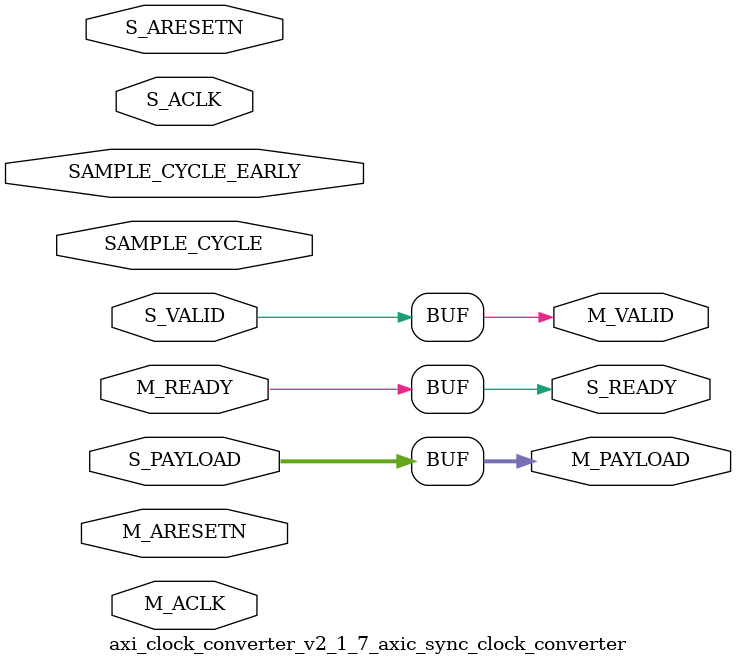
<source format=v>

`timescale 1ps/1ps
`default_nettype none

(* DowngradeIPIdentifiedWarnings="yes" *) 
module axi_clock_converter_v2_1_7_axic_sync_clock_converter # (
///////////////////////////////////////////////////////////////////////////////
// Parameter Definitions
///////////////////////////////////////////////////////////////////////////////
  parameter C_FAMILY     = "virtex6",
  parameter integer C_PAYLOAD_WIDTH = 32,
  parameter integer C_S_ACLK_RATIO = 1,
  parameter integer C_M_ACLK_RATIO = 1 ,
  parameter integer C_MODE = 0  // 0 = light-weight (1-deep); 1 = fully-pipelined (2-deep)
  )
 (
///////////////////////////////////////////////////////////////////////////////
// Port Declarations
///////////////////////////////////////////////////////////////////////////////
  input wire                    SAMPLE_CYCLE_EARLY,
  input wire                    SAMPLE_CYCLE,
  // Slave side
  input  wire                        S_ACLK,
  input  wire                        S_ARESETN,
  input  wire [C_PAYLOAD_WIDTH-1:0] S_PAYLOAD,
  input  wire                        S_VALID,
  output wire                        S_READY,

  // Master side
  input  wire                        M_ACLK,
  input  wire                        M_ARESETN,
  output wire [C_PAYLOAD_WIDTH-1:0] M_PAYLOAD,
  output wire                        M_VALID,
  input  wire                        M_READY
);

////////////////////////////////////////////////////////////////////////////////
// Functions
////////////////////////////////////////////////////////////////////////////////

////////////////////////////////////////////////////////////////////////////////
// Local parameters
////////////////////////////////////////////////////////////////////////////////
localparam [1:0] ZERO = 2'b10;
localparam [1:0] ONE  = 2'b11;
localparam [1:0] TWO  = 2'b01;
localparam [1:0] INIT = 2'b00;
localparam integer P_LIGHT_WT = 0;
localparam integer P_FULLY_REG = 1;

////////////////////////////////////////////////////////////////////////////////
// Wires/Reg declarations
////////////////////////////////////////////////////////////////////////////////

////////////////////////////////////////////////////////////////////////////////
// BEGIN RTL
////////////////////////////////////////////////////////////////////////////////

generate
  if (C_S_ACLK_RATIO == C_M_ACLK_RATIO) begin : gen_passthru
    assign M_PAYLOAD = S_PAYLOAD;
    assign M_VALID   = S_VALID;
    assign S_READY   = M_READY;      
  end else begin : gen_sync_clock_converter
    wire s_sample_cycle;
    wire s_sample_cycle_early;
    wire m_sample_cycle;
    wire m_sample_cycle_early;

    wire slow_aclk;
    wire slow_areset;
    wire s_areset_r;
    wire m_areset_r;
   
    reg  s_tready_r; 
    wire s_tready_ns; 
    reg  m_tvalid_r; 
    wire m_tvalid_ns; 
    reg  [C_PAYLOAD_WIDTH-1:0] m_tpayload_r;
    reg  [C_PAYLOAD_WIDTH-1:0] m_tstorage_r;
    wire [C_PAYLOAD_WIDTH-1:0] m_tpayload_ns; 
    wire [C_PAYLOAD_WIDTH-1:0] m_tstorage_ns; 
    reg  m_tready_hold;
    wire m_tready_sample;
    wire load_tpayload;
    wire load_tstorage;
    wire load_tpayload_from_tstorage;
    reg [1:0] state;
    reg [1:0] next_state;
    
    reg s_aresetn_r = 1'b0; // Reset delay register
    always @(posedge S_ACLK) begin
      if (~S_ARESETN | ~M_ARESETN) begin
        s_aresetn_r <= 1'b0;
      end else begin
        s_aresetn_r <= S_ARESETN & M_ARESETN;
      end
    end
    assign s_areset_r = ~s_aresetn_r;

    reg m_aresetn_r = 1'b0; // Reset delay register
    always @(posedge M_ACLK) begin
      if (~S_ARESETN | ~M_ARESETN) begin
        m_aresetn_r <= 1'b0;
      end else begin
        m_aresetn_r <= S_ARESETN & M_ARESETN;
      end
    end
    assign m_areset_r = ~m_aresetn_r;

    if (C_S_ACLK_RATIO > C_M_ACLK_RATIO) begin : gen_slowclk_mi
      assign slow_aclk = M_ACLK;
    end else begin : gen_slowclk_si
      assign slow_aclk = S_ACLK;
    end
  
    assign slow_areset = (C_S_ACLK_RATIO > C_M_ACLK_RATIO) ? m_areset_r : s_areset_r;
    assign s_sample_cycle_early = (C_S_ACLK_RATIO > C_M_ACLK_RATIO) ? SAMPLE_CYCLE_EARLY : 1'b1;
    assign s_sample_cycle       = (C_S_ACLK_RATIO > C_M_ACLK_RATIO) ? SAMPLE_CYCLE : 1'b1;
    assign m_sample_cycle_early = (C_S_ACLK_RATIO > C_M_ACLK_RATIO) ? 1'b1 : SAMPLE_CYCLE_EARLY;
    assign m_sample_cycle       = (C_S_ACLK_RATIO > C_M_ACLK_RATIO) ? 1'b1 : SAMPLE_CYCLE;

    // Output flop for S_READY, value is encoded into state machine.
    assign s_tready_ns = (C_S_ACLK_RATIO > C_M_ACLK_RATIO) ? state[1] & (state != INIT) : next_state[1];

    always @(posedge S_ACLK) begin 
      if (s_areset_r) begin
        s_tready_r <= 1'b0;
      end
      else begin
        s_tready_r <= s_sample_cycle_early ? s_tready_ns : 1'b0;
      end
    end

    assign S_READY = s_tready_r;

    // Output flop for M_VALID
    assign m_tvalid_ns = next_state[0];

    always @(posedge M_ACLK) begin 
      if (m_areset_r) begin
        m_tvalid_r <= 1'b0;
      end
      else begin
        m_tvalid_r <= m_sample_cycle ? m_tvalid_ns : m_tvalid_r & ~M_READY;
      end
    end

    assign M_VALID = m_tvalid_r;

    // Hold register for M_READY when M_ACLK is fast.
    always @(posedge M_ACLK) begin 
      if (m_areset_r) begin
        m_tready_hold <= 1'b0;
      end
      else begin
        m_tready_hold <= m_sample_cycle ? 1'b0 : m_tready_sample;
      end
    end

    assign m_tready_sample = (M_READY ) | m_tready_hold;
    // Output/storage flops for PAYLOAD
    assign m_tpayload_ns = ~load_tpayload ? m_tpayload_r :
                           load_tpayload_from_tstorage ? m_tstorage_r : 
                           S_PAYLOAD;

    assign m_tstorage_ns = C_MODE ? (load_tstorage ? S_PAYLOAD : m_tstorage_r) : 0;

    always @(posedge slow_aclk) begin 
      m_tpayload_r <= m_tpayload_ns;
      m_tstorage_r <= C_MODE ? m_tstorage_ns : 0;
    end

    assign M_PAYLOAD = m_tpayload_r;

    // load logic
    assign load_tstorage = C_MODE && (state != TWO);
    assign load_tpayload = m_tready_sample || (state == ZERO);
    assign load_tpayload_from_tstorage = C_MODE && (state == TWO) && m_tready_sample;
    
    // State machine
    always @(posedge slow_aclk) begin 
      state <= next_state;
    end

    always @* begin 
      if (slow_areset) begin 
        next_state = INIT;
      end else begin
        case (state)
          INIT: begin
            next_state = ZERO;
          end
          // No transaction stored locally
          ZERO: begin
            if (S_VALID) begin
              next_state = C_MODE ? ONE : TWO; // Push from empty
            end
            else begin
              next_state = ZERO;
            end
          end

          // One transaction stored locally
          ONE: begin
            if (C_MODE == 0) begin
              next_state = TWO;  // State ONE is inaccessible when C_MODE=0
            end 
            else if (m_tready_sample & ~S_VALID) begin 
              next_state = ZERO; // Read out one so move to ZERO
            end
            else if (~m_tready_sample & S_VALID) begin
              next_state = TWO;  // Got another one so move to TWO
            end
            else begin
              next_state = ONE;
            end
          end

          // Storage registers full
          TWO: begin 
            if (m_tready_sample) begin
              next_state = C_MODE ? ONE : ZERO; // Pop from full
            end
            else begin
              next_state = TWO;
            end
          end
        endcase // case (state)
      end
    end
  end // gen_sync_clock_converter
  endgenerate
endmodule

`default_nettype wire


</source>
